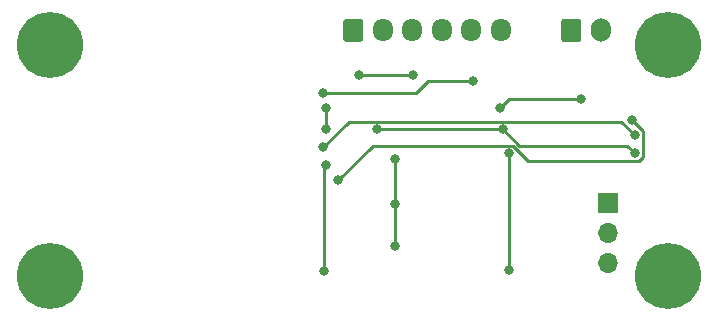
<source format=gbr>
%TF.GenerationSoftware,KiCad,Pcbnew,(5.1.9)-1*%
%TF.CreationDate,2021-05-29T10:09:57-04:00*%
%TF.ProjectId,wled,776c6564-2e6b-4696-9361-645f70636258,rev?*%
%TF.SameCoordinates,Original*%
%TF.FileFunction,Copper,L2,Bot*%
%TF.FilePolarity,Positive*%
%FSLAX46Y46*%
G04 Gerber Fmt 4.6, Leading zero omitted, Abs format (unit mm)*
G04 Created by KiCad (PCBNEW (5.1.9)-1) date 2021-05-29 10:09:57*
%MOMM*%
%LPD*%
G01*
G04 APERTURE LIST*
%TA.AperFunction,ComponentPad*%
%ADD10C,5.600000*%
%TD*%
%TA.AperFunction,ComponentPad*%
%ADD11R,1.700000X1.700000*%
%TD*%
%TA.AperFunction,ComponentPad*%
%ADD12O,1.700000X1.700000*%
%TD*%
%TA.AperFunction,ComponentPad*%
%ADD13O,1.700000X1.950000*%
%TD*%
%TA.AperFunction,ComponentPad*%
%ADD14O,1.700000X2.000000*%
%TD*%
%TA.AperFunction,ViaPad*%
%ADD15C,0.800000*%
%TD*%
%TA.AperFunction,Conductor*%
%ADD16C,0.254000*%
%TD*%
G04 APERTURE END LIST*
D10*
%TO.P,H4,1*%
%TO.N,N/C*%
X185166000Y-120650000D03*
%TD*%
%TO.P,H3,1*%
%TO.N,N/C*%
X185166000Y-101092000D03*
%TD*%
%TO.P,H2,1*%
%TO.N,N/C*%
X132842000Y-101092000D03*
%TD*%
%TO.P,H1,1*%
%TO.N,N/C*%
X132842000Y-120650000D03*
%TD*%
D11*
%TO.P,J2,1*%
%TO.N,VDD5V*%
X180086000Y-114427000D03*
D12*
%TO.P,J2,2*%
%TO.N,DATA*%
X180086000Y-116967000D03*
%TO.P,J2,3*%
%TO.N,GND*%
X180086000Y-119507000D03*
%TD*%
%TO.P,J1,1*%
%TO.N,VDD3V3*%
%TA.AperFunction,ComponentPad*%
G36*
G01*
X157646000Y-100547000D02*
X157646000Y-99097000D01*
G75*
G02*
X157896000Y-98847000I250000J0D01*
G01*
X159096000Y-98847000D01*
G75*
G02*
X159346000Y-99097000I0J-250000D01*
G01*
X159346000Y-100547000D01*
G75*
G02*
X159096000Y-100797000I-250000J0D01*
G01*
X157896000Y-100797000D01*
G75*
G02*
X157646000Y-100547000I0J250000D01*
G01*
G37*
%TD.AperFunction*%
D13*
%TO.P,J1,2*%
%TO.N,TXD*%
X160996000Y-99822000D03*
%TO.P,J1,3*%
%TO.N,RXD*%
X163496000Y-99822000D03*
%TO.P,J1,4*%
%TO.N,N/C*%
X165996000Y-99822000D03*
%TO.P,J1,5*%
X168496000Y-99822000D03*
%TO.P,J1,6*%
%TO.N,GND*%
X170996000Y-99822000D03*
%TD*%
%TO.P,J4,1*%
%TO.N,VIN*%
%TA.AperFunction,ComponentPad*%
G36*
G01*
X176101000Y-100572000D02*
X176101000Y-99072000D01*
G75*
G02*
X176351000Y-98822000I250000J0D01*
G01*
X177551000Y-98822000D01*
G75*
G02*
X177801000Y-99072000I0J-250000D01*
G01*
X177801000Y-100572000D01*
G75*
G02*
X177551000Y-100822000I-250000J0D01*
G01*
X176351000Y-100822000D01*
G75*
G02*
X176101000Y-100572000I0J250000D01*
G01*
G37*
%TD.AperFunction*%
D14*
%TO.P,J4,2*%
%TO.N,GND*%
X179451000Y-99822000D03*
%TD*%
D15*
%TO.N,VDD5V*%
X177800000Y-105664000D03*
X170942000Y-106426000D03*
X163576000Y-103632000D03*
X159004000Y-103632000D03*
%TO.N,GND*%
X171704000Y-120142000D03*
X171704000Y-110236000D03*
X156210000Y-108204000D03*
X156210000Y-106426000D03*
X156042000Y-120228000D03*
X156210000Y-111252000D03*
%TO.N,VDD3V3*%
X182372000Y-110236000D03*
X171196000Y-108204000D03*
X162052000Y-118110000D03*
X162052000Y-114554000D03*
X162052000Y-110744000D03*
X160528000Y-108204000D03*
%TO.N,SCL*%
X182118000Y-107442000D03*
X157226000Y-112522000D03*
%TO.N,SDA*%
X182372000Y-108712000D03*
X155956000Y-109728000D03*
%TO.N,Net-(D3-Pad2)*%
X155956000Y-105156000D03*
X168656000Y-104140000D03*
%TD*%
D16*
%TO.N,VDD5V*%
X171704000Y-105664000D02*
X170942000Y-106426000D01*
X177800000Y-105664000D02*
X171704000Y-105664000D01*
X163576000Y-103632000D02*
X159004000Y-103632000D01*
%TO.N,GND*%
X171704000Y-120142000D02*
X171704000Y-110236000D01*
X156210000Y-108204000D02*
X156210000Y-106426000D01*
X156042000Y-111420000D02*
X156210000Y-111252000D01*
X156042000Y-120228000D02*
X156042000Y-111420000D01*
%TO.N,VDD3V3*%
X172573999Y-109581999D02*
X171196000Y-108204000D01*
X181717999Y-109581999D02*
X172573999Y-109581999D01*
X182372000Y-110236000D02*
X181717999Y-109581999D01*
X162052000Y-118110000D02*
X162052000Y-114554000D01*
X162052000Y-114554000D02*
X162052000Y-110744000D01*
X171196000Y-108204000D02*
X160528000Y-108204000D01*
%TO.N,SCL*%
X172017921Y-109581999D02*
X160166001Y-109581999D01*
X173325923Y-110890001D02*
X172017921Y-109581999D01*
X182685921Y-110890001D02*
X173325923Y-110890001D01*
X183026001Y-110549921D02*
X182685921Y-110890001D01*
X183026001Y-108350001D02*
X183026001Y-110549921D01*
X182118000Y-107442000D02*
X183026001Y-108350001D01*
X160166001Y-109581999D02*
X157226000Y-112522000D01*
%TO.N,SDA*%
X158134001Y-107549999D02*
X155956000Y-109728000D01*
X181209999Y-107549999D02*
X158134001Y-107549999D01*
X182372000Y-108712000D02*
X181209999Y-107549999D01*
%TO.N,Net-(D3-Pad2)*%
X164846000Y-104140000D02*
X163830000Y-105156000D01*
X168656000Y-104140000D02*
X164846000Y-104140000D01*
X163830000Y-105156000D02*
X155956000Y-105156000D01*
%TD*%
M02*

</source>
